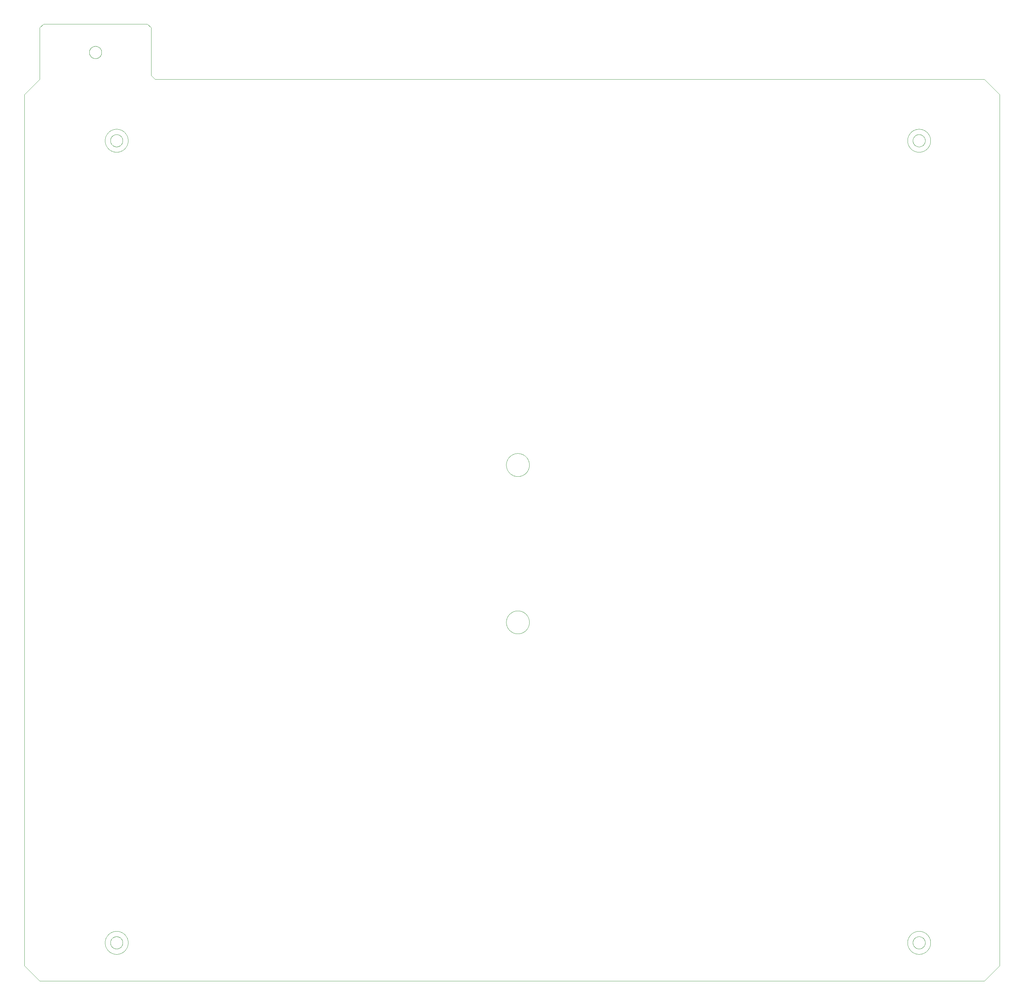
<source format=gbp>
G75*
%MOIN*%
%OFA0B0*%
%FSLAX25Y25*%
%IPPOS*%
%LPD*%
%AMOC8*
5,1,8,0,0,1.08239X$1,22.5*
%
%ADD10C,0.00000*%
D10*
X0003934Y0014445D02*
X0019682Y-0001303D01*
X0988186Y-0001303D01*
X1003934Y0014445D01*
X1003934Y0908146D01*
X0988186Y0923894D01*
X0137792Y0923894D01*
X0133855Y0927831D01*
X0133855Y0976650D01*
X0129918Y0980587D01*
X0023619Y0980587D01*
X0019682Y0976650D01*
X0019682Y0923894D01*
X0003934Y0908146D01*
X0003934Y0014445D01*
X0086611Y0038067D02*
X0086615Y0038357D01*
X0086625Y0038647D01*
X0086643Y0038936D01*
X0086668Y0039225D01*
X0086700Y0039513D01*
X0086739Y0039800D01*
X0086785Y0040086D01*
X0086838Y0040371D01*
X0086898Y0040655D01*
X0086965Y0040937D01*
X0087039Y0041217D01*
X0087120Y0041496D01*
X0087207Y0041772D01*
X0087301Y0042046D01*
X0087402Y0042318D01*
X0087510Y0042587D01*
X0087624Y0042853D01*
X0087745Y0043117D01*
X0087872Y0043377D01*
X0088006Y0043635D01*
X0088145Y0043889D01*
X0088291Y0044139D01*
X0088443Y0044386D01*
X0088602Y0044629D01*
X0088766Y0044868D01*
X0088935Y0045103D01*
X0089111Y0045334D01*
X0089292Y0045560D01*
X0089479Y0045782D01*
X0089671Y0045999D01*
X0089868Y0046211D01*
X0090070Y0046419D01*
X0090278Y0046621D01*
X0090490Y0046818D01*
X0090707Y0047010D01*
X0090929Y0047197D01*
X0091155Y0047378D01*
X0091386Y0047554D01*
X0091621Y0047723D01*
X0091860Y0047887D01*
X0092103Y0048046D01*
X0092350Y0048198D01*
X0092600Y0048344D01*
X0092854Y0048483D01*
X0093112Y0048617D01*
X0093372Y0048744D01*
X0093636Y0048865D01*
X0093902Y0048979D01*
X0094171Y0049087D01*
X0094443Y0049188D01*
X0094717Y0049282D01*
X0094993Y0049369D01*
X0095272Y0049450D01*
X0095552Y0049524D01*
X0095834Y0049591D01*
X0096118Y0049651D01*
X0096403Y0049704D01*
X0096689Y0049750D01*
X0096976Y0049789D01*
X0097264Y0049821D01*
X0097553Y0049846D01*
X0097842Y0049864D01*
X0098132Y0049874D01*
X0098422Y0049878D01*
X0098712Y0049874D01*
X0099002Y0049864D01*
X0099291Y0049846D01*
X0099580Y0049821D01*
X0099868Y0049789D01*
X0100155Y0049750D01*
X0100441Y0049704D01*
X0100726Y0049651D01*
X0101010Y0049591D01*
X0101292Y0049524D01*
X0101572Y0049450D01*
X0101851Y0049369D01*
X0102127Y0049282D01*
X0102401Y0049188D01*
X0102673Y0049087D01*
X0102942Y0048979D01*
X0103208Y0048865D01*
X0103472Y0048744D01*
X0103732Y0048617D01*
X0103990Y0048483D01*
X0104244Y0048344D01*
X0104494Y0048198D01*
X0104741Y0048046D01*
X0104984Y0047887D01*
X0105223Y0047723D01*
X0105458Y0047554D01*
X0105689Y0047378D01*
X0105915Y0047197D01*
X0106137Y0047010D01*
X0106354Y0046818D01*
X0106566Y0046621D01*
X0106774Y0046419D01*
X0106976Y0046211D01*
X0107173Y0045999D01*
X0107365Y0045782D01*
X0107552Y0045560D01*
X0107733Y0045334D01*
X0107909Y0045103D01*
X0108078Y0044868D01*
X0108242Y0044629D01*
X0108401Y0044386D01*
X0108553Y0044139D01*
X0108699Y0043889D01*
X0108838Y0043635D01*
X0108972Y0043377D01*
X0109099Y0043117D01*
X0109220Y0042853D01*
X0109334Y0042587D01*
X0109442Y0042318D01*
X0109543Y0042046D01*
X0109637Y0041772D01*
X0109724Y0041496D01*
X0109805Y0041217D01*
X0109879Y0040937D01*
X0109946Y0040655D01*
X0110006Y0040371D01*
X0110059Y0040086D01*
X0110105Y0039800D01*
X0110144Y0039513D01*
X0110176Y0039225D01*
X0110201Y0038936D01*
X0110219Y0038647D01*
X0110229Y0038357D01*
X0110233Y0038067D01*
X0110229Y0037777D01*
X0110219Y0037487D01*
X0110201Y0037198D01*
X0110176Y0036909D01*
X0110144Y0036621D01*
X0110105Y0036334D01*
X0110059Y0036048D01*
X0110006Y0035763D01*
X0109946Y0035479D01*
X0109879Y0035197D01*
X0109805Y0034917D01*
X0109724Y0034638D01*
X0109637Y0034362D01*
X0109543Y0034088D01*
X0109442Y0033816D01*
X0109334Y0033547D01*
X0109220Y0033281D01*
X0109099Y0033017D01*
X0108972Y0032757D01*
X0108838Y0032499D01*
X0108699Y0032245D01*
X0108553Y0031995D01*
X0108401Y0031748D01*
X0108242Y0031505D01*
X0108078Y0031266D01*
X0107909Y0031031D01*
X0107733Y0030800D01*
X0107552Y0030574D01*
X0107365Y0030352D01*
X0107173Y0030135D01*
X0106976Y0029923D01*
X0106774Y0029715D01*
X0106566Y0029513D01*
X0106354Y0029316D01*
X0106137Y0029124D01*
X0105915Y0028937D01*
X0105689Y0028756D01*
X0105458Y0028580D01*
X0105223Y0028411D01*
X0104984Y0028247D01*
X0104741Y0028088D01*
X0104494Y0027936D01*
X0104244Y0027790D01*
X0103990Y0027651D01*
X0103732Y0027517D01*
X0103472Y0027390D01*
X0103208Y0027269D01*
X0102942Y0027155D01*
X0102673Y0027047D01*
X0102401Y0026946D01*
X0102127Y0026852D01*
X0101851Y0026765D01*
X0101572Y0026684D01*
X0101292Y0026610D01*
X0101010Y0026543D01*
X0100726Y0026483D01*
X0100441Y0026430D01*
X0100155Y0026384D01*
X0099868Y0026345D01*
X0099580Y0026313D01*
X0099291Y0026288D01*
X0099002Y0026270D01*
X0098712Y0026260D01*
X0098422Y0026256D01*
X0098132Y0026260D01*
X0097842Y0026270D01*
X0097553Y0026288D01*
X0097264Y0026313D01*
X0096976Y0026345D01*
X0096689Y0026384D01*
X0096403Y0026430D01*
X0096118Y0026483D01*
X0095834Y0026543D01*
X0095552Y0026610D01*
X0095272Y0026684D01*
X0094993Y0026765D01*
X0094717Y0026852D01*
X0094443Y0026946D01*
X0094171Y0027047D01*
X0093902Y0027155D01*
X0093636Y0027269D01*
X0093372Y0027390D01*
X0093112Y0027517D01*
X0092854Y0027651D01*
X0092600Y0027790D01*
X0092350Y0027936D01*
X0092103Y0028088D01*
X0091860Y0028247D01*
X0091621Y0028411D01*
X0091386Y0028580D01*
X0091155Y0028756D01*
X0090929Y0028937D01*
X0090707Y0029124D01*
X0090490Y0029316D01*
X0090278Y0029513D01*
X0090070Y0029715D01*
X0089868Y0029923D01*
X0089671Y0030135D01*
X0089479Y0030352D01*
X0089292Y0030574D01*
X0089111Y0030800D01*
X0088935Y0031031D01*
X0088766Y0031266D01*
X0088602Y0031505D01*
X0088443Y0031748D01*
X0088291Y0031995D01*
X0088145Y0032245D01*
X0088006Y0032499D01*
X0087872Y0032757D01*
X0087745Y0033017D01*
X0087624Y0033281D01*
X0087510Y0033547D01*
X0087402Y0033816D01*
X0087301Y0034088D01*
X0087207Y0034362D01*
X0087120Y0034638D01*
X0087039Y0034917D01*
X0086965Y0035197D01*
X0086898Y0035479D01*
X0086838Y0035763D01*
X0086785Y0036048D01*
X0086739Y0036334D01*
X0086700Y0036621D01*
X0086668Y0036909D01*
X0086643Y0037198D01*
X0086625Y0037487D01*
X0086615Y0037777D01*
X0086611Y0038067D01*
X0092123Y0038067D02*
X0092125Y0038225D01*
X0092131Y0038383D01*
X0092141Y0038541D01*
X0092155Y0038699D01*
X0092173Y0038856D01*
X0092194Y0039013D01*
X0092220Y0039169D01*
X0092250Y0039325D01*
X0092283Y0039480D01*
X0092321Y0039633D01*
X0092362Y0039786D01*
X0092407Y0039938D01*
X0092456Y0040089D01*
X0092509Y0040238D01*
X0092565Y0040386D01*
X0092625Y0040532D01*
X0092689Y0040677D01*
X0092757Y0040820D01*
X0092828Y0040962D01*
X0092902Y0041102D01*
X0092980Y0041239D01*
X0093062Y0041375D01*
X0093146Y0041509D01*
X0093235Y0041640D01*
X0093326Y0041769D01*
X0093421Y0041896D01*
X0093518Y0042021D01*
X0093619Y0042143D01*
X0093723Y0042262D01*
X0093830Y0042379D01*
X0093940Y0042493D01*
X0094053Y0042604D01*
X0094168Y0042713D01*
X0094286Y0042818D01*
X0094407Y0042920D01*
X0094530Y0043020D01*
X0094656Y0043116D01*
X0094784Y0043209D01*
X0094914Y0043299D01*
X0095047Y0043385D01*
X0095182Y0043469D01*
X0095318Y0043548D01*
X0095457Y0043625D01*
X0095598Y0043697D01*
X0095740Y0043767D01*
X0095884Y0043832D01*
X0096030Y0043894D01*
X0096177Y0043952D01*
X0096326Y0044007D01*
X0096476Y0044058D01*
X0096627Y0044105D01*
X0096779Y0044148D01*
X0096932Y0044187D01*
X0097087Y0044223D01*
X0097242Y0044254D01*
X0097398Y0044282D01*
X0097554Y0044306D01*
X0097711Y0044326D01*
X0097869Y0044342D01*
X0098026Y0044354D01*
X0098185Y0044362D01*
X0098343Y0044366D01*
X0098501Y0044366D01*
X0098659Y0044362D01*
X0098818Y0044354D01*
X0098975Y0044342D01*
X0099133Y0044326D01*
X0099290Y0044306D01*
X0099446Y0044282D01*
X0099602Y0044254D01*
X0099757Y0044223D01*
X0099912Y0044187D01*
X0100065Y0044148D01*
X0100217Y0044105D01*
X0100368Y0044058D01*
X0100518Y0044007D01*
X0100667Y0043952D01*
X0100814Y0043894D01*
X0100960Y0043832D01*
X0101104Y0043767D01*
X0101246Y0043697D01*
X0101387Y0043625D01*
X0101526Y0043548D01*
X0101662Y0043469D01*
X0101797Y0043385D01*
X0101930Y0043299D01*
X0102060Y0043209D01*
X0102188Y0043116D01*
X0102314Y0043020D01*
X0102437Y0042920D01*
X0102558Y0042818D01*
X0102676Y0042713D01*
X0102791Y0042604D01*
X0102904Y0042493D01*
X0103014Y0042379D01*
X0103121Y0042262D01*
X0103225Y0042143D01*
X0103326Y0042021D01*
X0103423Y0041896D01*
X0103518Y0041769D01*
X0103609Y0041640D01*
X0103698Y0041509D01*
X0103782Y0041375D01*
X0103864Y0041239D01*
X0103942Y0041102D01*
X0104016Y0040962D01*
X0104087Y0040820D01*
X0104155Y0040677D01*
X0104219Y0040532D01*
X0104279Y0040386D01*
X0104335Y0040238D01*
X0104388Y0040089D01*
X0104437Y0039938D01*
X0104482Y0039786D01*
X0104523Y0039633D01*
X0104561Y0039480D01*
X0104594Y0039325D01*
X0104624Y0039169D01*
X0104650Y0039013D01*
X0104671Y0038856D01*
X0104689Y0038699D01*
X0104703Y0038541D01*
X0104713Y0038383D01*
X0104719Y0038225D01*
X0104721Y0038067D01*
X0104719Y0037909D01*
X0104713Y0037751D01*
X0104703Y0037593D01*
X0104689Y0037435D01*
X0104671Y0037278D01*
X0104650Y0037121D01*
X0104624Y0036965D01*
X0104594Y0036809D01*
X0104561Y0036654D01*
X0104523Y0036501D01*
X0104482Y0036348D01*
X0104437Y0036196D01*
X0104388Y0036045D01*
X0104335Y0035896D01*
X0104279Y0035748D01*
X0104219Y0035602D01*
X0104155Y0035457D01*
X0104087Y0035314D01*
X0104016Y0035172D01*
X0103942Y0035032D01*
X0103864Y0034895D01*
X0103782Y0034759D01*
X0103698Y0034625D01*
X0103609Y0034494D01*
X0103518Y0034365D01*
X0103423Y0034238D01*
X0103326Y0034113D01*
X0103225Y0033991D01*
X0103121Y0033872D01*
X0103014Y0033755D01*
X0102904Y0033641D01*
X0102791Y0033530D01*
X0102676Y0033421D01*
X0102558Y0033316D01*
X0102437Y0033214D01*
X0102314Y0033114D01*
X0102188Y0033018D01*
X0102060Y0032925D01*
X0101930Y0032835D01*
X0101797Y0032749D01*
X0101662Y0032665D01*
X0101526Y0032586D01*
X0101387Y0032509D01*
X0101246Y0032437D01*
X0101104Y0032367D01*
X0100960Y0032302D01*
X0100814Y0032240D01*
X0100667Y0032182D01*
X0100518Y0032127D01*
X0100368Y0032076D01*
X0100217Y0032029D01*
X0100065Y0031986D01*
X0099912Y0031947D01*
X0099757Y0031911D01*
X0099602Y0031880D01*
X0099446Y0031852D01*
X0099290Y0031828D01*
X0099133Y0031808D01*
X0098975Y0031792D01*
X0098818Y0031780D01*
X0098659Y0031772D01*
X0098501Y0031768D01*
X0098343Y0031768D01*
X0098185Y0031772D01*
X0098026Y0031780D01*
X0097869Y0031792D01*
X0097711Y0031808D01*
X0097554Y0031828D01*
X0097398Y0031852D01*
X0097242Y0031880D01*
X0097087Y0031911D01*
X0096932Y0031947D01*
X0096779Y0031986D01*
X0096627Y0032029D01*
X0096476Y0032076D01*
X0096326Y0032127D01*
X0096177Y0032182D01*
X0096030Y0032240D01*
X0095884Y0032302D01*
X0095740Y0032367D01*
X0095598Y0032437D01*
X0095457Y0032509D01*
X0095318Y0032586D01*
X0095182Y0032665D01*
X0095047Y0032749D01*
X0094914Y0032835D01*
X0094784Y0032925D01*
X0094656Y0033018D01*
X0094530Y0033114D01*
X0094407Y0033214D01*
X0094286Y0033316D01*
X0094168Y0033421D01*
X0094053Y0033530D01*
X0093940Y0033641D01*
X0093830Y0033755D01*
X0093723Y0033872D01*
X0093619Y0033991D01*
X0093518Y0034113D01*
X0093421Y0034238D01*
X0093326Y0034365D01*
X0093235Y0034494D01*
X0093146Y0034625D01*
X0093062Y0034759D01*
X0092980Y0034895D01*
X0092902Y0035032D01*
X0092828Y0035172D01*
X0092757Y0035314D01*
X0092689Y0035457D01*
X0092625Y0035602D01*
X0092565Y0035748D01*
X0092509Y0035896D01*
X0092456Y0036045D01*
X0092407Y0036196D01*
X0092362Y0036348D01*
X0092321Y0036501D01*
X0092283Y0036654D01*
X0092250Y0036809D01*
X0092220Y0036965D01*
X0092194Y0037121D01*
X0092173Y0037278D01*
X0092155Y0037435D01*
X0092141Y0037593D01*
X0092131Y0037751D01*
X0092125Y0037909D01*
X0092123Y0038067D01*
X0498028Y0366807D02*
X0498032Y0367097D01*
X0498042Y0367387D01*
X0498060Y0367676D01*
X0498085Y0367965D01*
X0498117Y0368253D01*
X0498156Y0368540D01*
X0498202Y0368826D01*
X0498255Y0369111D01*
X0498315Y0369395D01*
X0498382Y0369677D01*
X0498456Y0369957D01*
X0498537Y0370236D01*
X0498624Y0370512D01*
X0498718Y0370786D01*
X0498819Y0371058D01*
X0498927Y0371327D01*
X0499041Y0371593D01*
X0499162Y0371857D01*
X0499289Y0372117D01*
X0499423Y0372375D01*
X0499562Y0372629D01*
X0499708Y0372879D01*
X0499860Y0373126D01*
X0500019Y0373369D01*
X0500183Y0373608D01*
X0500352Y0373843D01*
X0500528Y0374074D01*
X0500709Y0374300D01*
X0500896Y0374522D01*
X0501088Y0374739D01*
X0501285Y0374951D01*
X0501487Y0375159D01*
X0501695Y0375361D01*
X0501907Y0375558D01*
X0502124Y0375750D01*
X0502346Y0375937D01*
X0502572Y0376118D01*
X0502803Y0376294D01*
X0503038Y0376463D01*
X0503277Y0376627D01*
X0503520Y0376786D01*
X0503767Y0376938D01*
X0504017Y0377084D01*
X0504271Y0377223D01*
X0504529Y0377357D01*
X0504789Y0377484D01*
X0505053Y0377605D01*
X0505319Y0377719D01*
X0505588Y0377827D01*
X0505860Y0377928D01*
X0506134Y0378022D01*
X0506410Y0378109D01*
X0506689Y0378190D01*
X0506969Y0378264D01*
X0507251Y0378331D01*
X0507535Y0378391D01*
X0507820Y0378444D01*
X0508106Y0378490D01*
X0508393Y0378529D01*
X0508681Y0378561D01*
X0508970Y0378586D01*
X0509259Y0378604D01*
X0509549Y0378614D01*
X0509839Y0378618D01*
X0510129Y0378614D01*
X0510419Y0378604D01*
X0510708Y0378586D01*
X0510997Y0378561D01*
X0511285Y0378529D01*
X0511572Y0378490D01*
X0511858Y0378444D01*
X0512143Y0378391D01*
X0512427Y0378331D01*
X0512709Y0378264D01*
X0512989Y0378190D01*
X0513268Y0378109D01*
X0513544Y0378022D01*
X0513818Y0377928D01*
X0514090Y0377827D01*
X0514359Y0377719D01*
X0514625Y0377605D01*
X0514889Y0377484D01*
X0515149Y0377357D01*
X0515407Y0377223D01*
X0515661Y0377084D01*
X0515911Y0376938D01*
X0516158Y0376786D01*
X0516401Y0376627D01*
X0516640Y0376463D01*
X0516875Y0376294D01*
X0517106Y0376118D01*
X0517332Y0375937D01*
X0517554Y0375750D01*
X0517771Y0375558D01*
X0517983Y0375361D01*
X0518191Y0375159D01*
X0518393Y0374951D01*
X0518590Y0374739D01*
X0518782Y0374522D01*
X0518969Y0374300D01*
X0519150Y0374074D01*
X0519326Y0373843D01*
X0519495Y0373608D01*
X0519659Y0373369D01*
X0519818Y0373126D01*
X0519970Y0372879D01*
X0520116Y0372629D01*
X0520255Y0372375D01*
X0520389Y0372117D01*
X0520516Y0371857D01*
X0520637Y0371593D01*
X0520751Y0371327D01*
X0520859Y0371058D01*
X0520960Y0370786D01*
X0521054Y0370512D01*
X0521141Y0370236D01*
X0521222Y0369957D01*
X0521296Y0369677D01*
X0521363Y0369395D01*
X0521423Y0369111D01*
X0521476Y0368826D01*
X0521522Y0368540D01*
X0521561Y0368253D01*
X0521593Y0367965D01*
X0521618Y0367676D01*
X0521636Y0367387D01*
X0521646Y0367097D01*
X0521650Y0366807D01*
X0521646Y0366517D01*
X0521636Y0366227D01*
X0521618Y0365938D01*
X0521593Y0365649D01*
X0521561Y0365361D01*
X0521522Y0365074D01*
X0521476Y0364788D01*
X0521423Y0364503D01*
X0521363Y0364219D01*
X0521296Y0363937D01*
X0521222Y0363657D01*
X0521141Y0363378D01*
X0521054Y0363102D01*
X0520960Y0362828D01*
X0520859Y0362556D01*
X0520751Y0362287D01*
X0520637Y0362021D01*
X0520516Y0361757D01*
X0520389Y0361497D01*
X0520255Y0361239D01*
X0520116Y0360985D01*
X0519970Y0360735D01*
X0519818Y0360488D01*
X0519659Y0360245D01*
X0519495Y0360006D01*
X0519326Y0359771D01*
X0519150Y0359540D01*
X0518969Y0359314D01*
X0518782Y0359092D01*
X0518590Y0358875D01*
X0518393Y0358663D01*
X0518191Y0358455D01*
X0517983Y0358253D01*
X0517771Y0358056D01*
X0517554Y0357864D01*
X0517332Y0357677D01*
X0517106Y0357496D01*
X0516875Y0357320D01*
X0516640Y0357151D01*
X0516401Y0356987D01*
X0516158Y0356828D01*
X0515911Y0356676D01*
X0515661Y0356530D01*
X0515407Y0356391D01*
X0515149Y0356257D01*
X0514889Y0356130D01*
X0514625Y0356009D01*
X0514359Y0355895D01*
X0514090Y0355787D01*
X0513818Y0355686D01*
X0513544Y0355592D01*
X0513268Y0355505D01*
X0512989Y0355424D01*
X0512709Y0355350D01*
X0512427Y0355283D01*
X0512143Y0355223D01*
X0511858Y0355170D01*
X0511572Y0355124D01*
X0511285Y0355085D01*
X0510997Y0355053D01*
X0510708Y0355028D01*
X0510419Y0355010D01*
X0510129Y0355000D01*
X0509839Y0354996D01*
X0509549Y0355000D01*
X0509259Y0355010D01*
X0508970Y0355028D01*
X0508681Y0355053D01*
X0508393Y0355085D01*
X0508106Y0355124D01*
X0507820Y0355170D01*
X0507535Y0355223D01*
X0507251Y0355283D01*
X0506969Y0355350D01*
X0506689Y0355424D01*
X0506410Y0355505D01*
X0506134Y0355592D01*
X0505860Y0355686D01*
X0505588Y0355787D01*
X0505319Y0355895D01*
X0505053Y0356009D01*
X0504789Y0356130D01*
X0504529Y0356257D01*
X0504271Y0356391D01*
X0504017Y0356530D01*
X0503767Y0356676D01*
X0503520Y0356828D01*
X0503277Y0356987D01*
X0503038Y0357151D01*
X0502803Y0357320D01*
X0502572Y0357496D01*
X0502346Y0357677D01*
X0502124Y0357864D01*
X0501907Y0358056D01*
X0501695Y0358253D01*
X0501487Y0358455D01*
X0501285Y0358663D01*
X0501088Y0358875D01*
X0500896Y0359092D01*
X0500709Y0359314D01*
X0500528Y0359540D01*
X0500352Y0359771D01*
X0500183Y0360006D01*
X0500019Y0360245D01*
X0499860Y0360488D01*
X0499708Y0360735D01*
X0499562Y0360985D01*
X0499423Y0361239D01*
X0499289Y0361497D01*
X0499162Y0361757D01*
X0499041Y0362021D01*
X0498927Y0362287D01*
X0498819Y0362556D01*
X0498718Y0362828D01*
X0498624Y0363102D01*
X0498537Y0363378D01*
X0498456Y0363657D01*
X0498382Y0363937D01*
X0498315Y0364219D01*
X0498255Y0364503D01*
X0498202Y0364788D01*
X0498156Y0365074D01*
X0498117Y0365361D01*
X0498085Y0365649D01*
X0498060Y0365938D01*
X0498042Y0366227D01*
X0498032Y0366517D01*
X0498028Y0366807D01*
X0498028Y0528224D02*
X0498032Y0528514D01*
X0498042Y0528804D01*
X0498060Y0529093D01*
X0498085Y0529382D01*
X0498117Y0529670D01*
X0498156Y0529957D01*
X0498202Y0530243D01*
X0498255Y0530528D01*
X0498315Y0530812D01*
X0498382Y0531094D01*
X0498456Y0531374D01*
X0498537Y0531653D01*
X0498624Y0531929D01*
X0498718Y0532203D01*
X0498819Y0532475D01*
X0498927Y0532744D01*
X0499041Y0533010D01*
X0499162Y0533274D01*
X0499289Y0533534D01*
X0499423Y0533792D01*
X0499562Y0534046D01*
X0499708Y0534296D01*
X0499860Y0534543D01*
X0500019Y0534786D01*
X0500183Y0535025D01*
X0500352Y0535260D01*
X0500528Y0535491D01*
X0500709Y0535717D01*
X0500896Y0535939D01*
X0501088Y0536156D01*
X0501285Y0536368D01*
X0501487Y0536576D01*
X0501695Y0536778D01*
X0501907Y0536975D01*
X0502124Y0537167D01*
X0502346Y0537354D01*
X0502572Y0537535D01*
X0502803Y0537711D01*
X0503038Y0537880D01*
X0503277Y0538044D01*
X0503520Y0538203D01*
X0503767Y0538355D01*
X0504017Y0538501D01*
X0504271Y0538640D01*
X0504529Y0538774D01*
X0504789Y0538901D01*
X0505053Y0539022D01*
X0505319Y0539136D01*
X0505588Y0539244D01*
X0505860Y0539345D01*
X0506134Y0539439D01*
X0506410Y0539526D01*
X0506689Y0539607D01*
X0506969Y0539681D01*
X0507251Y0539748D01*
X0507535Y0539808D01*
X0507820Y0539861D01*
X0508106Y0539907D01*
X0508393Y0539946D01*
X0508681Y0539978D01*
X0508970Y0540003D01*
X0509259Y0540021D01*
X0509549Y0540031D01*
X0509839Y0540035D01*
X0510129Y0540031D01*
X0510419Y0540021D01*
X0510708Y0540003D01*
X0510997Y0539978D01*
X0511285Y0539946D01*
X0511572Y0539907D01*
X0511858Y0539861D01*
X0512143Y0539808D01*
X0512427Y0539748D01*
X0512709Y0539681D01*
X0512989Y0539607D01*
X0513268Y0539526D01*
X0513544Y0539439D01*
X0513818Y0539345D01*
X0514090Y0539244D01*
X0514359Y0539136D01*
X0514625Y0539022D01*
X0514889Y0538901D01*
X0515149Y0538774D01*
X0515407Y0538640D01*
X0515661Y0538501D01*
X0515911Y0538355D01*
X0516158Y0538203D01*
X0516401Y0538044D01*
X0516640Y0537880D01*
X0516875Y0537711D01*
X0517106Y0537535D01*
X0517332Y0537354D01*
X0517554Y0537167D01*
X0517771Y0536975D01*
X0517983Y0536778D01*
X0518191Y0536576D01*
X0518393Y0536368D01*
X0518590Y0536156D01*
X0518782Y0535939D01*
X0518969Y0535717D01*
X0519150Y0535491D01*
X0519326Y0535260D01*
X0519495Y0535025D01*
X0519659Y0534786D01*
X0519818Y0534543D01*
X0519970Y0534296D01*
X0520116Y0534046D01*
X0520255Y0533792D01*
X0520389Y0533534D01*
X0520516Y0533274D01*
X0520637Y0533010D01*
X0520751Y0532744D01*
X0520859Y0532475D01*
X0520960Y0532203D01*
X0521054Y0531929D01*
X0521141Y0531653D01*
X0521222Y0531374D01*
X0521296Y0531094D01*
X0521363Y0530812D01*
X0521423Y0530528D01*
X0521476Y0530243D01*
X0521522Y0529957D01*
X0521561Y0529670D01*
X0521593Y0529382D01*
X0521618Y0529093D01*
X0521636Y0528804D01*
X0521646Y0528514D01*
X0521650Y0528224D01*
X0521646Y0527934D01*
X0521636Y0527644D01*
X0521618Y0527355D01*
X0521593Y0527066D01*
X0521561Y0526778D01*
X0521522Y0526491D01*
X0521476Y0526205D01*
X0521423Y0525920D01*
X0521363Y0525636D01*
X0521296Y0525354D01*
X0521222Y0525074D01*
X0521141Y0524795D01*
X0521054Y0524519D01*
X0520960Y0524245D01*
X0520859Y0523973D01*
X0520751Y0523704D01*
X0520637Y0523438D01*
X0520516Y0523174D01*
X0520389Y0522914D01*
X0520255Y0522656D01*
X0520116Y0522402D01*
X0519970Y0522152D01*
X0519818Y0521905D01*
X0519659Y0521662D01*
X0519495Y0521423D01*
X0519326Y0521188D01*
X0519150Y0520957D01*
X0518969Y0520731D01*
X0518782Y0520509D01*
X0518590Y0520292D01*
X0518393Y0520080D01*
X0518191Y0519872D01*
X0517983Y0519670D01*
X0517771Y0519473D01*
X0517554Y0519281D01*
X0517332Y0519094D01*
X0517106Y0518913D01*
X0516875Y0518737D01*
X0516640Y0518568D01*
X0516401Y0518404D01*
X0516158Y0518245D01*
X0515911Y0518093D01*
X0515661Y0517947D01*
X0515407Y0517808D01*
X0515149Y0517674D01*
X0514889Y0517547D01*
X0514625Y0517426D01*
X0514359Y0517312D01*
X0514090Y0517204D01*
X0513818Y0517103D01*
X0513544Y0517009D01*
X0513268Y0516922D01*
X0512989Y0516841D01*
X0512709Y0516767D01*
X0512427Y0516700D01*
X0512143Y0516640D01*
X0511858Y0516587D01*
X0511572Y0516541D01*
X0511285Y0516502D01*
X0510997Y0516470D01*
X0510708Y0516445D01*
X0510419Y0516427D01*
X0510129Y0516417D01*
X0509839Y0516413D01*
X0509549Y0516417D01*
X0509259Y0516427D01*
X0508970Y0516445D01*
X0508681Y0516470D01*
X0508393Y0516502D01*
X0508106Y0516541D01*
X0507820Y0516587D01*
X0507535Y0516640D01*
X0507251Y0516700D01*
X0506969Y0516767D01*
X0506689Y0516841D01*
X0506410Y0516922D01*
X0506134Y0517009D01*
X0505860Y0517103D01*
X0505588Y0517204D01*
X0505319Y0517312D01*
X0505053Y0517426D01*
X0504789Y0517547D01*
X0504529Y0517674D01*
X0504271Y0517808D01*
X0504017Y0517947D01*
X0503767Y0518093D01*
X0503520Y0518245D01*
X0503277Y0518404D01*
X0503038Y0518568D01*
X0502803Y0518737D01*
X0502572Y0518913D01*
X0502346Y0519094D01*
X0502124Y0519281D01*
X0501907Y0519473D01*
X0501695Y0519670D01*
X0501487Y0519872D01*
X0501285Y0520080D01*
X0501088Y0520292D01*
X0500896Y0520509D01*
X0500709Y0520731D01*
X0500528Y0520957D01*
X0500352Y0521188D01*
X0500183Y0521423D01*
X0500019Y0521662D01*
X0499860Y0521905D01*
X0499708Y0522152D01*
X0499562Y0522402D01*
X0499423Y0522656D01*
X0499289Y0522914D01*
X0499162Y0523174D01*
X0499041Y0523438D01*
X0498927Y0523704D01*
X0498819Y0523973D01*
X0498718Y0524245D01*
X0498624Y0524519D01*
X0498537Y0524795D01*
X0498456Y0525074D01*
X0498382Y0525354D01*
X0498315Y0525636D01*
X0498255Y0525920D01*
X0498202Y0526205D01*
X0498156Y0526491D01*
X0498117Y0526778D01*
X0498085Y0527066D01*
X0498060Y0527355D01*
X0498042Y0527644D01*
X0498032Y0527934D01*
X0498028Y0528224D01*
X0086611Y0860902D02*
X0086615Y0861192D01*
X0086625Y0861482D01*
X0086643Y0861771D01*
X0086668Y0862060D01*
X0086700Y0862348D01*
X0086739Y0862635D01*
X0086785Y0862921D01*
X0086838Y0863206D01*
X0086898Y0863490D01*
X0086965Y0863772D01*
X0087039Y0864052D01*
X0087120Y0864331D01*
X0087207Y0864607D01*
X0087301Y0864881D01*
X0087402Y0865153D01*
X0087510Y0865422D01*
X0087624Y0865688D01*
X0087745Y0865952D01*
X0087872Y0866212D01*
X0088006Y0866470D01*
X0088145Y0866724D01*
X0088291Y0866974D01*
X0088443Y0867221D01*
X0088602Y0867464D01*
X0088766Y0867703D01*
X0088935Y0867938D01*
X0089111Y0868169D01*
X0089292Y0868395D01*
X0089479Y0868617D01*
X0089671Y0868834D01*
X0089868Y0869046D01*
X0090070Y0869254D01*
X0090278Y0869456D01*
X0090490Y0869653D01*
X0090707Y0869845D01*
X0090929Y0870032D01*
X0091155Y0870213D01*
X0091386Y0870389D01*
X0091621Y0870558D01*
X0091860Y0870722D01*
X0092103Y0870881D01*
X0092350Y0871033D01*
X0092600Y0871179D01*
X0092854Y0871318D01*
X0093112Y0871452D01*
X0093372Y0871579D01*
X0093636Y0871700D01*
X0093902Y0871814D01*
X0094171Y0871922D01*
X0094443Y0872023D01*
X0094717Y0872117D01*
X0094993Y0872204D01*
X0095272Y0872285D01*
X0095552Y0872359D01*
X0095834Y0872426D01*
X0096118Y0872486D01*
X0096403Y0872539D01*
X0096689Y0872585D01*
X0096976Y0872624D01*
X0097264Y0872656D01*
X0097553Y0872681D01*
X0097842Y0872699D01*
X0098132Y0872709D01*
X0098422Y0872713D01*
X0098712Y0872709D01*
X0099002Y0872699D01*
X0099291Y0872681D01*
X0099580Y0872656D01*
X0099868Y0872624D01*
X0100155Y0872585D01*
X0100441Y0872539D01*
X0100726Y0872486D01*
X0101010Y0872426D01*
X0101292Y0872359D01*
X0101572Y0872285D01*
X0101851Y0872204D01*
X0102127Y0872117D01*
X0102401Y0872023D01*
X0102673Y0871922D01*
X0102942Y0871814D01*
X0103208Y0871700D01*
X0103472Y0871579D01*
X0103732Y0871452D01*
X0103990Y0871318D01*
X0104244Y0871179D01*
X0104494Y0871033D01*
X0104741Y0870881D01*
X0104984Y0870722D01*
X0105223Y0870558D01*
X0105458Y0870389D01*
X0105689Y0870213D01*
X0105915Y0870032D01*
X0106137Y0869845D01*
X0106354Y0869653D01*
X0106566Y0869456D01*
X0106774Y0869254D01*
X0106976Y0869046D01*
X0107173Y0868834D01*
X0107365Y0868617D01*
X0107552Y0868395D01*
X0107733Y0868169D01*
X0107909Y0867938D01*
X0108078Y0867703D01*
X0108242Y0867464D01*
X0108401Y0867221D01*
X0108553Y0866974D01*
X0108699Y0866724D01*
X0108838Y0866470D01*
X0108972Y0866212D01*
X0109099Y0865952D01*
X0109220Y0865688D01*
X0109334Y0865422D01*
X0109442Y0865153D01*
X0109543Y0864881D01*
X0109637Y0864607D01*
X0109724Y0864331D01*
X0109805Y0864052D01*
X0109879Y0863772D01*
X0109946Y0863490D01*
X0110006Y0863206D01*
X0110059Y0862921D01*
X0110105Y0862635D01*
X0110144Y0862348D01*
X0110176Y0862060D01*
X0110201Y0861771D01*
X0110219Y0861482D01*
X0110229Y0861192D01*
X0110233Y0860902D01*
X0110229Y0860612D01*
X0110219Y0860322D01*
X0110201Y0860033D01*
X0110176Y0859744D01*
X0110144Y0859456D01*
X0110105Y0859169D01*
X0110059Y0858883D01*
X0110006Y0858598D01*
X0109946Y0858314D01*
X0109879Y0858032D01*
X0109805Y0857752D01*
X0109724Y0857473D01*
X0109637Y0857197D01*
X0109543Y0856923D01*
X0109442Y0856651D01*
X0109334Y0856382D01*
X0109220Y0856116D01*
X0109099Y0855852D01*
X0108972Y0855592D01*
X0108838Y0855334D01*
X0108699Y0855080D01*
X0108553Y0854830D01*
X0108401Y0854583D01*
X0108242Y0854340D01*
X0108078Y0854101D01*
X0107909Y0853866D01*
X0107733Y0853635D01*
X0107552Y0853409D01*
X0107365Y0853187D01*
X0107173Y0852970D01*
X0106976Y0852758D01*
X0106774Y0852550D01*
X0106566Y0852348D01*
X0106354Y0852151D01*
X0106137Y0851959D01*
X0105915Y0851772D01*
X0105689Y0851591D01*
X0105458Y0851415D01*
X0105223Y0851246D01*
X0104984Y0851082D01*
X0104741Y0850923D01*
X0104494Y0850771D01*
X0104244Y0850625D01*
X0103990Y0850486D01*
X0103732Y0850352D01*
X0103472Y0850225D01*
X0103208Y0850104D01*
X0102942Y0849990D01*
X0102673Y0849882D01*
X0102401Y0849781D01*
X0102127Y0849687D01*
X0101851Y0849600D01*
X0101572Y0849519D01*
X0101292Y0849445D01*
X0101010Y0849378D01*
X0100726Y0849318D01*
X0100441Y0849265D01*
X0100155Y0849219D01*
X0099868Y0849180D01*
X0099580Y0849148D01*
X0099291Y0849123D01*
X0099002Y0849105D01*
X0098712Y0849095D01*
X0098422Y0849091D01*
X0098132Y0849095D01*
X0097842Y0849105D01*
X0097553Y0849123D01*
X0097264Y0849148D01*
X0096976Y0849180D01*
X0096689Y0849219D01*
X0096403Y0849265D01*
X0096118Y0849318D01*
X0095834Y0849378D01*
X0095552Y0849445D01*
X0095272Y0849519D01*
X0094993Y0849600D01*
X0094717Y0849687D01*
X0094443Y0849781D01*
X0094171Y0849882D01*
X0093902Y0849990D01*
X0093636Y0850104D01*
X0093372Y0850225D01*
X0093112Y0850352D01*
X0092854Y0850486D01*
X0092600Y0850625D01*
X0092350Y0850771D01*
X0092103Y0850923D01*
X0091860Y0851082D01*
X0091621Y0851246D01*
X0091386Y0851415D01*
X0091155Y0851591D01*
X0090929Y0851772D01*
X0090707Y0851959D01*
X0090490Y0852151D01*
X0090278Y0852348D01*
X0090070Y0852550D01*
X0089868Y0852758D01*
X0089671Y0852970D01*
X0089479Y0853187D01*
X0089292Y0853409D01*
X0089111Y0853635D01*
X0088935Y0853866D01*
X0088766Y0854101D01*
X0088602Y0854340D01*
X0088443Y0854583D01*
X0088291Y0854830D01*
X0088145Y0855080D01*
X0088006Y0855334D01*
X0087872Y0855592D01*
X0087745Y0855852D01*
X0087624Y0856116D01*
X0087510Y0856382D01*
X0087402Y0856651D01*
X0087301Y0856923D01*
X0087207Y0857197D01*
X0087120Y0857473D01*
X0087039Y0857752D01*
X0086965Y0858032D01*
X0086898Y0858314D01*
X0086838Y0858598D01*
X0086785Y0858883D01*
X0086739Y0859169D01*
X0086700Y0859456D01*
X0086668Y0859744D01*
X0086643Y0860033D01*
X0086625Y0860322D01*
X0086615Y0860612D01*
X0086611Y0860902D01*
X0092123Y0860902D02*
X0092125Y0861060D01*
X0092131Y0861218D01*
X0092141Y0861376D01*
X0092155Y0861534D01*
X0092173Y0861691D01*
X0092194Y0861848D01*
X0092220Y0862004D01*
X0092250Y0862160D01*
X0092283Y0862315D01*
X0092321Y0862468D01*
X0092362Y0862621D01*
X0092407Y0862773D01*
X0092456Y0862924D01*
X0092509Y0863073D01*
X0092565Y0863221D01*
X0092625Y0863367D01*
X0092689Y0863512D01*
X0092757Y0863655D01*
X0092828Y0863797D01*
X0092902Y0863937D01*
X0092980Y0864074D01*
X0093062Y0864210D01*
X0093146Y0864344D01*
X0093235Y0864475D01*
X0093326Y0864604D01*
X0093421Y0864731D01*
X0093518Y0864856D01*
X0093619Y0864978D01*
X0093723Y0865097D01*
X0093830Y0865214D01*
X0093940Y0865328D01*
X0094053Y0865439D01*
X0094168Y0865548D01*
X0094286Y0865653D01*
X0094407Y0865755D01*
X0094530Y0865855D01*
X0094656Y0865951D01*
X0094784Y0866044D01*
X0094914Y0866134D01*
X0095047Y0866220D01*
X0095182Y0866304D01*
X0095318Y0866383D01*
X0095457Y0866460D01*
X0095598Y0866532D01*
X0095740Y0866602D01*
X0095884Y0866667D01*
X0096030Y0866729D01*
X0096177Y0866787D01*
X0096326Y0866842D01*
X0096476Y0866893D01*
X0096627Y0866940D01*
X0096779Y0866983D01*
X0096932Y0867022D01*
X0097087Y0867058D01*
X0097242Y0867089D01*
X0097398Y0867117D01*
X0097554Y0867141D01*
X0097711Y0867161D01*
X0097869Y0867177D01*
X0098026Y0867189D01*
X0098185Y0867197D01*
X0098343Y0867201D01*
X0098501Y0867201D01*
X0098659Y0867197D01*
X0098818Y0867189D01*
X0098975Y0867177D01*
X0099133Y0867161D01*
X0099290Y0867141D01*
X0099446Y0867117D01*
X0099602Y0867089D01*
X0099757Y0867058D01*
X0099912Y0867022D01*
X0100065Y0866983D01*
X0100217Y0866940D01*
X0100368Y0866893D01*
X0100518Y0866842D01*
X0100667Y0866787D01*
X0100814Y0866729D01*
X0100960Y0866667D01*
X0101104Y0866602D01*
X0101246Y0866532D01*
X0101387Y0866460D01*
X0101526Y0866383D01*
X0101662Y0866304D01*
X0101797Y0866220D01*
X0101930Y0866134D01*
X0102060Y0866044D01*
X0102188Y0865951D01*
X0102314Y0865855D01*
X0102437Y0865755D01*
X0102558Y0865653D01*
X0102676Y0865548D01*
X0102791Y0865439D01*
X0102904Y0865328D01*
X0103014Y0865214D01*
X0103121Y0865097D01*
X0103225Y0864978D01*
X0103326Y0864856D01*
X0103423Y0864731D01*
X0103518Y0864604D01*
X0103609Y0864475D01*
X0103698Y0864344D01*
X0103782Y0864210D01*
X0103864Y0864074D01*
X0103942Y0863937D01*
X0104016Y0863797D01*
X0104087Y0863655D01*
X0104155Y0863512D01*
X0104219Y0863367D01*
X0104279Y0863221D01*
X0104335Y0863073D01*
X0104388Y0862924D01*
X0104437Y0862773D01*
X0104482Y0862621D01*
X0104523Y0862468D01*
X0104561Y0862315D01*
X0104594Y0862160D01*
X0104624Y0862004D01*
X0104650Y0861848D01*
X0104671Y0861691D01*
X0104689Y0861534D01*
X0104703Y0861376D01*
X0104713Y0861218D01*
X0104719Y0861060D01*
X0104721Y0860902D01*
X0104719Y0860744D01*
X0104713Y0860586D01*
X0104703Y0860428D01*
X0104689Y0860270D01*
X0104671Y0860113D01*
X0104650Y0859956D01*
X0104624Y0859800D01*
X0104594Y0859644D01*
X0104561Y0859489D01*
X0104523Y0859336D01*
X0104482Y0859183D01*
X0104437Y0859031D01*
X0104388Y0858880D01*
X0104335Y0858731D01*
X0104279Y0858583D01*
X0104219Y0858437D01*
X0104155Y0858292D01*
X0104087Y0858149D01*
X0104016Y0858007D01*
X0103942Y0857867D01*
X0103864Y0857730D01*
X0103782Y0857594D01*
X0103698Y0857460D01*
X0103609Y0857329D01*
X0103518Y0857200D01*
X0103423Y0857073D01*
X0103326Y0856948D01*
X0103225Y0856826D01*
X0103121Y0856707D01*
X0103014Y0856590D01*
X0102904Y0856476D01*
X0102791Y0856365D01*
X0102676Y0856256D01*
X0102558Y0856151D01*
X0102437Y0856049D01*
X0102314Y0855949D01*
X0102188Y0855853D01*
X0102060Y0855760D01*
X0101930Y0855670D01*
X0101797Y0855584D01*
X0101662Y0855500D01*
X0101526Y0855421D01*
X0101387Y0855344D01*
X0101246Y0855272D01*
X0101104Y0855202D01*
X0100960Y0855137D01*
X0100814Y0855075D01*
X0100667Y0855017D01*
X0100518Y0854962D01*
X0100368Y0854911D01*
X0100217Y0854864D01*
X0100065Y0854821D01*
X0099912Y0854782D01*
X0099757Y0854746D01*
X0099602Y0854715D01*
X0099446Y0854687D01*
X0099290Y0854663D01*
X0099133Y0854643D01*
X0098975Y0854627D01*
X0098818Y0854615D01*
X0098659Y0854607D01*
X0098501Y0854603D01*
X0098343Y0854603D01*
X0098185Y0854607D01*
X0098026Y0854615D01*
X0097869Y0854627D01*
X0097711Y0854643D01*
X0097554Y0854663D01*
X0097398Y0854687D01*
X0097242Y0854715D01*
X0097087Y0854746D01*
X0096932Y0854782D01*
X0096779Y0854821D01*
X0096627Y0854864D01*
X0096476Y0854911D01*
X0096326Y0854962D01*
X0096177Y0855017D01*
X0096030Y0855075D01*
X0095884Y0855137D01*
X0095740Y0855202D01*
X0095598Y0855272D01*
X0095457Y0855344D01*
X0095318Y0855421D01*
X0095182Y0855500D01*
X0095047Y0855584D01*
X0094914Y0855670D01*
X0094784Y0855760D01*
X0094656Y0855853D01*
X0094530Y0855949D01*
X0094407Y0856049D01*
X0094286Y0856151D01*
X0094168Y0856256D01*
X0094053Y0856365D01*
X0093940Y0856476D01*
X0093830Y0856590D01*
X0093723Y0856707D01*
X0093619Y0856826D01*
X0093518Y0856948D01*
X0093421Y0857073D01*
X0093326Y0857200D01*
X0093235Y0857329D01*
X0093146Y0857460D01*
X0093062Y0857594D01*
X0092980Y0857730D01*
X0092902Y0857867D01*
X0092828Y0858007D01*
X0092757Y0858149D01*
X0092689Y0858292D01*
X0092625Y0858437D01*
X0092565Y0858583D01*
X0092509Y0858731D01*
X0092456Y0858880D01*
X0092407Y0859031D01*
X0092362Y0859183D01*
X0092321Y0859336D01*
X0092283Y0859489D01*
X0092250Y0859644D01*
X0092220Y0859800D01*
X0092194Y0859956D01*
X0092173Y0860113D01*
X0092155Y0860270D01*
X0092141Y0860428D01*
X0092131Y0860586D01*
X0092125Y0860744D01*
X0092123Y0860902D01*
X0070469Y0951453D02*
X0070471Y0951611D01*
X0070477Y0951769D01*
X0070487Y0951927D01*
X0070501Y0952085D01*
X0070519Y0952242D01*
X0070540Y0952399D01*
X0070566Y0952555D01*
X0070596Y0952711D01*
X0070629Y0952866D01*
X0070667Y0953019D01*
X0070708Y0953172D01*
X0070753Y0953324D01*
X0070802Y0953475D01*
X0070855Y0953624D01*
X0070911Y0953772D01*
X0070971Y0953918D01*
X0071035Y0954063D01*
X0071103Y0954206D01*
X0071174Y0954348D01*
X0071248Y0954488D01*
X0071326Y0954625D01*
X0071408Y0954761D01*
X0071492Y0954895D01*
X0071581Y0955026D01*
X0071672Y0955155D01*
X0071767Y0955282D01*
X0071864Y0955407D01*
X0071965Y0955529D01*
X0072069Y0955648D01*
X0072176Y0955765D01*
X0072286Y0955879D01*
X0072399Y0955990D01*
X0072514Y0956099D01*
X0072632Y0956204D01*
X0072753Y0956306D01*
X0072876Y0956406D01*
X0073002Y0956502D01*
X0073130Y0956595D01*
X0073260Y0956685D01*
X0073393Y0956771D01*
X0073528Y0956855D01*
X0073664Y0956934D01*
X0073803Y0957011D01*
X0073944Y0957083D01*
X0074086Y0957153D01*
X0074230Y0957218D01*
X0074376Y0957280D01*
X0074523Y0957338D01*
X0074672Y0957393D01*
X0074822Y0957444D01*
X0074973Y0957491D01*
X0075125Y0957534D01*
X0075278Y0957573D01*
X0075433Y0957609D01*
X0075588Y0957640D01*
X0075744Y0957668D01*
X0075900Y0957692D01*
X0076057Y0957712D01*
X0076215Y0957728D01*
X0076372Y0957740D01*
X0076531Y0957748D01*
X0076689Y0957752D01*
X0076847Y0957752D01*
X0077005Y0957748D01*
X0077164Y0957740D01*
X0077321Y0957728D01*
X0077479Y0957712D01*
X0077636Y0957692D01*
X0077792Y0957668D01*
X0077948Y0957640D01*
X0078103Y0957609D01*
X0078258Y0957573D01*
X0078411Y0957534D01*
X0078563Y0957491D01*
X0078714Y0957444D01*
X0078864Y0957393D01*
X0079013Y0957338D01*
X0079160Y0957280D01*
X0079306Y0957218D01*
X0079450Y0957153D01*
X0079592Y0957083D01*
X0079733Y0957011D01*
X0079872Y0956934D01*
X0080008Y0956855D01*
X0080143Y0956771D01*
X0080276Y0956685D01*
X0080406Y0956595D01*
X0080534Y0956502D01*
X0080660Y0956406D01*
X0080783Y0956306D01*
X0080904Y0956204D01*
X0081022Y0956099D01*
X0081137Y0955990D01*
X0081250Y0955879D01*
X0081360Y0955765D01*
X0081467Y0955648D01*
X0081571Y0955529D01*
X0081672Y0955407D01*
X0081769Y0955282D01*
X0081864Y0955155D01*
X0081955Y0955026D01*
X0082044Y0954895D01*
X0082128Y0954761D01*
X0082210Y0954625D01*
X0082288Y0954488D01*
X0082362Y0954348D01*
X0082433Y0954206D01*
X0082501Y0954063D01*
X0082565Y0953918D01*
X0082625Y0953772D01*
X0082681Y0953624D01*
X0082734Y0953475D01*
X0082783Y0953324D01*
X0082828Y0953172D01*
X0082869Y0953019D01*
X0082907Y0952866D01*
X0082940Y0952711D01*
X0082970Y0952555D01*
X0082996Y0952399D01*
X0083017Y0952242D01*
X0083035Y0952085D01*
X0083049Y0951927D01*
X0083059Y0951769D01*
X0083065Y0951611D01*
X0083067Y0951453D01*
X0083065Y0951295D01*
X0083059Y0951137D01*
X0083049Y0950979D01*
X0083035Y0950821D01*
X0083017Y0950664D01*
X0082996Y0950507D01*
X0082970Y0950351D01*
X0082940Y0950195D01*
X0082907Y0950040D01*
X0082869Y0949887D01*
X0082828Y0949734D01*
X0082783Y0949582D01*
X0082734Y0949431D01*
X0082681Y0949282D01*
X0082625Y0949134D01*
X0082565Y0948988D01*
X0082501Y0948843D01*
X0082433Y0948700D01*
X0082362Y0948558D01*
X0082288Y0948418D01*
X0082210Y0948281D01*
X0082128Y0948145D01*
X0082044Y0948011D01*
X0081955Y0947880D01*
X0081864Y0947751D01*
X0081769Y0947624D01*
X0081672Y0947499D01*
X0081571Y0947377D01*
X0081467Y0947258D01*
X0081360Y0947141D01*
X0081250Y0947027D01*
X0081137Y0946916D01*
X0081022Y0946807D01*
X0080904Y0946702D01*
X0080783Y0946600D01*
X0080660Y0946500D01*
X0080534Y0946404D01*
X0080406Y0946311D01*
X0080276Y0946221D01*
X0080143Y0946135D01*
X0080008Y0946051D01*
X0079872Y0945972D01*
X0079733Y0945895D01*
X0079592Y0945823D01*
X0079450Y0945753D01*
X0079306Y0945688D01*
X0079160Y0945626D01*
X0079013Y0945568D01*
X0078864Y0945513D01*
X0078714Y0945462D01*
X0078563Y0945415D01*
X0078411Y0945372D01*
X0078258Y0945333D01*
X0078103Y0945297D01*
X0077948Y0945266D01*
X0077792Y0945238D01*
X0077636Y0945214D01*
X0077479Y0945194D01*
X0077321Y0945178D01*
X0077164Y0945166D01*
X0077005Y0945158D01*
X0076847Y0945154D01*
X0076689Y0945154D01*
X0076531Y0945158D01*
X0076372Y0945166D01*
X0076215Y0945178D01*
X0076057Y0945194D01*
X0075900Y0945214D01*
X0075744Y0945238D01*
X0075588Y0945266D01*
X0075433Y0945297D01*
X0075278Y0945333D01*
X0075125Y0945372D01*
X0074973Y0945415D01*
X0074822Y0945462D01*
X0074672Y0945513D01*
X0074523Y0945568D01*
X0074376Y0945626D01*
X0074230Y0945688D01*
X0074086Y0945753D01*
X0073944Y0945823D01*
X0073803Y0945895D01*
X0073664Y0945972D01*
X0073528Y0946051D01*
X0073393Y0946135D01*
X0073260Y0946221D01*
X0073130Y0946311D01*
X0073002Y0946404D01*
X0072876Y0946500D01*
X0072753Y0946600D01*
X0072632Y0946702D01*
X0072514Y0946807D01*
X0072399Y0946916D01*
X0072286Y0947027D01*
X0072176Y0947141D01*
X0072069Y0947258D01*
X0071965Y0947377D01*
X0071864Y0947499D01*
X0071767Y0947624D01*
X0071672Y0947751D01*
X0071581Y0947880D01*
X0071492Y0948011D01*
X0071408Y0948145D01*
X0071326Y0948281D01*
X0071248Y0948418D01*
X0071174Y0948558D01*
X0071103Y0948700D01*
X0071035Y0948843D01*
X0070971Y0948988D01*
X0070911Y0949134D01*
X0070855Y0949282D01*
X0070802Y0949431D01*
X0070753Y0949582D01*
X0070708Y0949734D01*
X0070667Y0949887D01*
X0070629Y0950040D01*
X0070596Y0950195D01*
X0070566Y0950351D01*
X0070540Y0950507D01*
X0070519Y0950664D01*
X0070501Y0950821D01*
X0070487Y0950979D01*
X0070477Y0951137D01*
X0070471Y0951295D01*
X0070469Y0951453D01*
X0909446Y0860902D02*
X0909450Y0861192D01*
X0909460Y0861482D01*
X0909478Y0861771D01*
X0909503Y0862060D01*
X0909535Y0862348D01*
X0909574Y0862635D01*
X0909620Y0862921D01*
X0909673Y0863206D01*
X0909733Y0863490D01*
X0909800Y0863772D01*
X0909874Y0864052D01*
X0909955Y0864331D01*
X0910042Y0864607D01*
X0910136Y0864881D01*
X0910237Y0865153D01*
X0910345Y0865422D01*
X0910459Y0865688D01*
X0910580Y0865952D01*
X0910707Y0866212D01*
X0910841Y0866470D01*
X0910980Y0866724D01*
X0911126Y0866974D01*
X0911278Y0867221D01*
X0911437Y0867464D01*
X0911601Y0867703D01*
X0911770Y0867938D01*
X0911946Y0868169D01*
X0912127Y0868395D01*
X0912314Y0868617D01*
X0912506Y0868834D01*
X0912703Y0869046D01*
X0912905Y0869254D01*
X0913113Y0869456D01*
X0913325Y0869653D01*
X0913542Y0869845D01*
X0913764Y0870032D01*
X0913990Y0870213D01*
X0914221Y0870389D01*
X0914456Y0870558D01*
X0914695Y0870722D01*
X0914938Y0870881D01*
X0915185Y0871033D01*
X0915435Y0871179D01*
X0915689Y0871318D01*
X0915947Y0871452D01*
X0916207Y0871579D01*
X0916471Y0871700D01*
X0916737Y0871814D01*
X0917006Y0871922D01*
X0917278Y0872023D01*
X0917552Y0872117D01*
X0917828Y0872204D01*
X0918107Y0872285D01*
X0918387Y0872359D01*
X0918669Y0872426D01*
X0918953Y0872486D01*
X0919238Y0872539D01*
X0919524Y0872585D01*
X0919811Y0872624D01*
X0920099Y0872656D01*
X0920388Y0872681D01*
X0920677Y0872699D01*
X0920967Y0872709D01*
X0921257Y0872713D01*
X0921547Y0872709D01*
X0921837Y0872699D01*
X0922126Y0872681D01*
X0922415Y0872656D01*
X0922703Y0872624D01*
X0922990Y0872585D01*
X0923276Y0872539D01*
X0923561Y0872486D01*
X0923845Y0872426D01*
X0924127Y0872359D01*
X0924407Y0872285D01*
X0924686Y0872204D01*
X0924962Y0872117D01*
X0925236Y0872023D01*
X0925508Y0871922D01*
X0925777Y0871814D01*
X0926043Y0871700D01*
X0926307Y0871579D01*
X0926567Y0871452D01*
X0926825Y0871318D01*
X0927079Y0871179D01*
X0927329Y0871033D01*
X0927576Y0870881D01*
X0927819Y0870722D01*
X0928058Y0870558D01*
X0928293Y0870389D01*
X0928524Y0870213D01*
X0928750Y0870032D01*
X0928972Y0869845D01*
X0929189Y0869653D01*
X0929401Y0869456D01*
X0929609Y0869254D01*
X0929811Y0869046D01*
X0930008Y0868834D01*
X0930200Y0868617D01*
X0930387Y0868395D01*
X0930568Y0868169D01*
X0930744Y0867938D01*
X0930913Y0867703D01*
X0931077Y0867464D01*
X0931236Y0867221D01*
X0931388Y0866974D01*
X0931534Y0866724D01*
X0931673Y0866470D01*
X0931807Y0866212D01*
X0931934Y0865952D01*
X0932055Y0865688D01*
X0932169Y0865422D01*
X0932277Y0865153D01*
X0932378Y0864881D01*
X0932472Y0864607D01*
X0932559Y0864331D01*
X0932640Y0864052D01*
X0932714Y0863772D01*
X0932781Y0863490D01*
X0932841Y0863206D01*
X0932894Y0862921D01*
X0932940Y0862635D01*
X0932979Y0862348D01*
X0933011Y0862060D01*
X0933036Y0861771D01*
X0933054Y0861482D01*
X0933064Y0861192D01*
X0933068Y0860902D01*
X0933064Y0860612D01*
X0933054Y0860322D01*
X0933036Y0860033D01*
X0933011Y0859744D01*
X0932979Y0859456D01*
X0932940Y0859169D01*
X0932894Y0858883D01*
X0932841Y0858598D01*
X0932781Y0858314D01*
X0932714Y0858032D01*
X0932640Y0857752D01*
X0932559Y0857473D01*
X0932472Y0857197D01*
X0932378Y0856923D01*
X0932277Y0856651D01*
X0932169Y0856382D01*
X0932055Y0856116D01*
X0931934Y0855852D01*
X0931807Y0855592D01*
X0931673Y0855334D01*
X0931534Y0855080D01*
X0931388Y0854830D01*
X0931236Y0854583D01*
X0931077Y0854340D01*
X0930913Y0854101D01*
X0930744Y0853866D01*
X0930568Y0853635D01*
X0930387Y0853409D01*
X0930200Y0853187D01*
X0930008Y0852970D01*
X0929811Y0852758D01*
X0929609Y0852550D01*
X0929401Y0852348D01*
X0929189Y0852151D01*
X0928972Y0851959D01*
X0928750Y0851772D01*
X0928524Y0851591D01*
X0928293Y0851415D01*
X0928058Y0851246D01*
X0927819Y0851082D01*
X0927576Y0850923D01*
X0927329Y0850771D01*
X0927079Y0850625D01*
X0926825Y0850486D01*
X0926567Y0850352D01*
X0926307Y0850225D01*
X0926043Y0850104D01*
X0925777Y0849990D01*
X0925508Y0849882D01*
X0925236Y0849781D01*
X0924962Y0849687D01*
X0924686Y0849600D01*
X0924407Y0849519D01*
X0924127Y0849445D01*
X0923845Y0849378D01*
X0923561Y0849318D01*
X0923276Y0849265D01*
X0922990Y0849219D01*
X0922703Y0849180D01*
X0922415Y0849148D01*
X0922126Y0849123D01*
X0921837Y0849105D01*
X0921547Y0849095D01*
X0921257Y0849091D01*
X0920967Y0849095D01*
X0920677Y0849105D01*
X0920388Y0849123D01*
X0920099Y0849148D01*
X0919811Y0849180D01*
X0919524Y0849219D01*
X0919238Y0849265D01*
X0918953Y0849318D01*
X0918669Y0849378D01*
X0918387Y0849445D01*
X0918107Y0849519D01*
X0917828Y0849600D01*
X0917552Y0849687D01*
X0917278Y0849781D01*
X0917006Y0849882D01*
X0916737Y0849990D01*
X0916471Y0850104D01*
X0916207Y0850225D01*
X0915947Y0850352D01*
X0915689Y0850486D01*
X0915435Y0850625D01*
X0915185Y0850771D01*
X0914938Y0850923D01*
X0914695Y0851082D01*
X0914456Y0851246D01*
X0914221Y0851415D01*
X0913990Y0851591D01*
X0913764Y0851772D01*
X0913542Y0851959D01*
X0913325Y0852151D01*
X0913113Y0852348D01*
X0912905Y0852550D01*
X0912703Y0852758D01*
X0912506Y0852970D01*
X0912314Y0853187D01*
X0912127Y0853409D01*
X0911946Y0853635D01*
X0911770Y0853866D01*
X0911601Y0854101D01*
X0911437Y0854340D01*
X0911278Y0854583D01*
X0911126Y0854830D01*
X0910980Y0855080D01*
X0910841Y0855334D01*
X0910707Y0855592D01*
X0910580Y0855852D01*
X0910459Y0856116D01*
X0910345Y0856382D01*
X0910237Y0856651D01*
X0910136Y0856923D01*
X0910042Y0857197D01*
X0909955Y0857473D01*
X0909874Y0857752D01*
X0909800Y0858032D01*
X0909733Y0858314D01*
X0909673Y0858598D01*
X0909620Y0858883D01*
X0909574Y0859169D01*
X0909535Y0859456D01*
X0909503Y0859744D01*
X0909478Y0860033D01*
X0909460Y0860322D01*
X0909450Y0860612D01*
X0909446Y0860902D01*
X0914958Y0860902D02*
X0914960Y0861060D01*
X0914966Y0861218D01*
X0914976Y0861376D01*
X0914990Y0861534D01*
X0915008Y0861691D01*
X0915029Y0861848D01*
X0915055Y0862004D01*
X0915085Y0862160D01*
X0915118Y0862315D01*
X0915156Y0862468D01*
X0915197Y0862621D01*
X0915242Y0862773D01*
X0915291Y0862924D01*
X0915344Y0863073D01*
X0915400Y0863221D01*
X0915460Y0863367D01*
X0915524Y0863512D01*
X0915592Y0863655D01*
X0915663Y0863797D01*
X0915737Y0863937D01*
X0915815Y0864074D01*
X0915897Y0864210D01*
X0915981Y0864344D01*
X0916070Y0864475D01*
X0916161Y0864604D01*
X0916256Y0864731D01*
X0916353Y0864856D01*
X0916454Y0864978D01*
X0916558Y0865097D01*
X0916665Y0865214D01*
X0916775Y0865328D01*
X0916888Y0865439D01*
X0917003Y0865548D01*
X0917121Y0865653D01*
X0917242Y0865755D01*
X0917365Y0865855D01*
X0917491Y0865951D01*
X0917619Y0866044D01*
X0917749Y0866134D01*
X0917882Y0866220D01*
X0918017Y0866304D01*
X0918153Y0866383D01*
X0918292Y0866460D01*
X0918433Y0866532D01*
X0918575Y0866602D01*
X0918719Y0866667D01*
X0918865Y0866729D01*
X0919012Y0866787D01*
X0919161Y0866842D01*
X0919311Y0866893D01*
X0919462Y0866940D01*
X0919614Y0866983D01*
X0919767Y0867022D01*
X0919922Y0867058D01*
X0920077Y0867089D01*
X0920233Y0867117D01*
X0920389Y0867141D01*
X0920546Y0867161D01*
X0920704Y0867177D01*
X0920861Y0867189D01*
X0921020Y0867197D01*
X0921178Y0867201D01*
X0921336Y0867201D01*
X0921494Y0867197D01*
X0921653Y0867189D01*
X0921810Y0867177D01*
X0921968Y0867161D01*
X0922125Y0867141D01*
X0922281Y0867117D01*
X0922437Y0867089D01*
X0922592Y0867058D01*
X0922747Y0867022D01*
X0922900Y0866983D01*
X0923052Y0866940D01*
X0923203Y0866893D01*
X0923353Y0866842D01*
X0923502Y0866787D01*
X0923649Y0866729D01*
X0923795Y0866667D01*
X0923939Y0866602D01*
X0924081Y0866532D01*
X0924222Y0866460D01*
X0924361Y0866383D01*
X0924497Y0866304D01*
X0924632Y0866220D01*
X0924765Y0866134D01*
X0924895Y0866044D01*
X0925023Y0865951D01*
X0925149Y0865855D01*
X0925272Y0865755D01*
X0925393Y0865653D01*
X0925511Y0865548D01*
X0925626Y0865439D01*
X0925739Y0865328D01*
X0925849Y0865214D01*
X0925956Y0865097D01*
X0926060Y0864978D01*
X0926161Y0864856D01*
X0926258Y0864731D01*
X0926353Y0864604D01*
X0926444Y0864475D01*
X0926533Y0864344D01*
X0926617Y0864210D01*
X0926699Y0864074D01*
X0926777Y0863937D01*
X0926851Y0863797D01*
X0926922Y0863655D01*
X0926990Y0863512D01*
X0927054Y0863367D01*
X0927114Y0863221D01*
X0927170Y0863073D01*
X0927223Y0862924D01*
X0927272Y0862773D01*
X0927317Y0862621D01*
X0927358Y0862468D01*
X0927396Y0862315D01*
X0927429Y0862160D01*
X0927459Y0862004D01*
X0927485Y0861848D01*
X0927506Y0861691D01*
X0927524Y0861534D01*
X0927538Y0861376D01*
X0927548Y0861218D01*
X0927554Y0861060D01*
X0927556Y0860902D01*
X0927554Y0860744D01*
X0927548Y0860586D01*
X0927538Y0860428D01*
X0927524Y0860270D01*
X0927506Y0860113D01*
X0927485Y0859956D01*
X0927459Y0859800D01*
X0927429Y0859644D01*
X0927396Y0859489D01*
X0927358Y0859336D01*
X0927317Y0859183D01*
X0927272Y0859031D01*
X0927223Y0858880D01*
X0927170Y0858731D01*
X0927114Y0858583D01*
X0927054Y0858437D01*
X0926990Y0858292D01*
X0926922Y0858149D01*
X0926851Y0858007D01*
X0926777Y0857867D01*
X0926699Y0857730D01*
X0926617Y0857594D01*
X0926533Y0857460D01*
X0926444Y0857329D01*
X0926353Y0857200D01*
X0926258Y0857073D01*
X0926161Y0856948D01*
X0926060Y0856826D01*
X0925956Y0856707D01*
X0925849Y0856590D01*
X0925739Y0856476D01*
X0925626Y0856365D01*
X0925511Y0856256D01*
X0925393Y0856151D01*
X0925272Y0856049D01*
X0925149Y0855949D01*
X0925023Y0855853D01*
X0924895Y0855760D01*
X0924765Y0855670D01*
X0924632Y0855584D01*
X0924497Y0855500D01*
X0924361Y0855421D01*
X0924222Y0855344D01*
X0924081Y0855272D01*
X0923939Y0855202D01*
X0923795Y0855137D01*
X0923649Y0855075D01*
X0923502Y0855017D01*
X0923353Y0854962D01*
X0923203Y0854911D01*
X0923052Y0854864D01*
X0922900Y0854821D01*
X0922747Y0854782D01*
X0922592Y0854746D01*
X0922437Y0854715D01*
X0922281Y0854687D01*
X0922125Y0854663D01*
X0921968Y0854643D01*
X0921810Y0854627D01*
X0921653Y0854615D01*
X0921494Y0854607D01*
X0921336Y0854603D01*
X0921178Y0854603D01*
X0921020Y0854607D01*
X0920861Y0854615D01*
X0920704Y0854627D01*
X0920546Y0854643D01*
X0920389Y0854663D01*
X0920233Y0854687D01*
X0920077Y0854715D01*
X0919922Y0854746D01*
X0919767Y0854782D01*
X0919614Y0854821D01*
X0919462Y0854864D01*
X0919311Y0854911D01*
X0919161Y0854962D01*
X0919012Y0855017D01*
X0918865Y0855075D01*
X0918719Y0855137D01*
X0918575Y0855202D01*
X0918433Y0855272D01*
X0918292Y0855344D01*
X0918153Y0855421D01*
X0918017Y0855500D01*
X0917882Y0855584D01*
X0917749Y0855670D01*
X0917619Y0855760D01*
X0917491Y0855853D01*
X0917365Y0855949D01*
X0917242Y0856049D01*
X0917121Y0856151D01*
X0917003Y0856256D01*
X0916888Y0856365D01*
X0916775Y0856476D01*
X0916665Y0856590D01*
X0916558Y0856707D01*
X0916454Y0856826D01*
X0916353Y0856948D01*
X0916256Y0857073D01*
X0916161Y0857200D01*
X0916070Y0857329D01*
X0915981Y0857460D01*
X0915897Y0857594D01*
X0915815Y0857730D01*
X0915737Y0857867D01*
X0915663Y0858007D01*
X0915592Y0858149D01*
X0915524Y0858292D01*
X0915460Y0858437D01*
X0915400Y0858583D01*
X0915344Y0858731D01*
X0915291Y0858880D01*
X0915242Y0859031D01*
X0915197Y0859183D01*
X0915156Y0859336D01*
X0915118Y0859489D01*
X0915085Y0859644D01*
X0915055Y0859800D01*
X0915029Y0859956D01*
X0915008Y0860113D01*
X0914990Y0860270D01*
X0914976Y0860428D01*
X0914966Y0860586D01*
X0914960Y0860744D01*
X0914958Y0860902D01*
X0909446Y0038067D02*
X0909450Y0038357D01*
X0909460Y0038647D01*
X0909478Y0038936D01*
X0909503Y0039225D01*
X0909535Y0039513D01*
X0909574Y0039800D01*
X0909620Y0040086D01*
X0909673Y0040371D01*
X0909733Y0040655D01*
X0909800Y0040937D01*
X0909874Y0041217D01*
X0909955Y0041496D01*
X0910042Y0041772D01*
X0910136Y0042046D01*
X0910237Y0042318D01*
X0910345Y0042587D01*
X0910459Y0042853D01*
X0910580Y0043117D01*
X0910707Y0043377D01*
X0910841Y0043635D01*
X0910980Y0043889D01*
X0911126Y0044139D01*
X0911278Y0044386D01*
X0911437Y0044629D01*
X0911601Y0044868D01*
X0911770Y0045103D01*
X0911946Y0045334D01*
X0912127Y0045560D01*
X0912314Y0045782D01*
X0912506Y0045999D01*
X0912703Y0046211D01*
X0912905Y0046419D01*
X0913113Y0046621D01*
X0913325Y0046818D01*
X0913542Y0047010D01*
X0913764Y0047197D01*
X0913990Y0047378D01*
X0914221Y0047554D01*
X0914456Y0047723D01*
X0914695Y0047887D01*
X0914938Y0048046D01*
X0915185Y0048198D01*
X0915435Y0048344D01*
X0915689Y0048483D01*
X0915947Y0048617D01*
X0916207Y0048744D01*
X0916471Y0048865D01*
X0916737Y0048979D01*
X0917006Y0049087D01*
X0917278Y0049188D01*
X0917552Y0049282D01*
X0917828Y0049369D01*
X0918107Y0049450D01*
X0918387Y0049524D01*
X0918669Y0049591D01*
X0918953Y0049651D01*
X0919238Y0049704D01*
X0919524Y0049750D01*
X0919811Y0049789D01*
X0920099Y0049821D01*
X0920388Y0049846D01*
X0920677Y0049864D01*
X0920967Y0049874D01*
X0921257Y0049878D01*
X0921547Y0049874D01*
X0921837Y0049864D01*
X0922126Y0049846D01*
X0922415Y0049821D01*
X0922703Y0049789D01*
X0922990Y0049750D01*
X0923276Y0049704D01*
X0923561Y0049651D01*
X0923845Y0049591D01*
X0924127Y0049524D01*
X0924407Y0049450D01*
X0924686Y0049369D01*
X0924962Y0049282D01*
X0925236Y0049188D01*
X0925508Y0049087D01*
X0925777Y0048979D01*
X0926043Y0048865D01*
X0926307Y0048744D01*
X0926567Y0048617D01*
X0926825Y0048483D01*
X0927079Y0048344D01*
X0927329Y0048198D01*
X0927576Y0048046D01*
X0927819Y0047887D01*
X0928058Y0047723D01*
X0928293Y0047554D01*
X0928524Y0047378D01*
X0928750Y0047197D01*
X0928972Y0047010D01*
X0929189Y0046818D01*
X0929401Y0046621D01*
X0929609Y0046419D01*
X0929811Y0046211D01*
X0930008Y0045999D01*
X0930200Y0045782D01*
X0930387Y0045560D01*
X0930568Y0045334D01*
X0930744Y0045103D01*
X0930913Y0044868D01*
X0931077Y0044629D01*
X0931236Y0044386D01*
X0931388Y0044139D01*
X0931534Y0043889D01*
X0931673Y0043635D01*
X0931807Y0043377D01*
X0931934Y0043117D01*
X0932055Y0042853D01*
X0932169Y0042587D01*
X0932277Y0042318D01*
X0932378Y0042046D01*
X0932472Y0041772D01*
X0932559Y0041496D01*
X0932640Y0041217D01*
X0932714Y0040937D01*
X0932781Y0040655D01*
X0932841Y0040371D01*
X0932894Y0040086D01*
X0932940Y0039800D01*
X0932979Y0039513D01*
X0933011Y0039225D01*
X0933036Y0038936D01*
X0933054Y0038647D01*
X0933064Y0038357D01*
X0933068Y0038067D01*
X0933064Y0037777D01*
X0933054Y0037487D01*
X0933036Y0037198D01*
X0933011Y0036909D01*
X0932979Y0036621D01*
X0932940Y0036334D01*
X0932894Y0036048D01*
X0932841Y0035763D01*
X0932781Y0035479D01*
X0932714Y0035197D01*
X0932640Y0034917D01*
X0932559Y0034638D01*
X0932472Y0034362D01*
X0932378Y0034088D01*
X0932277Y0033816D01*
X0932169Y0033547D01*
X0932055Y0033281D01*
X0931934Y0033017D01*
X0931807Y0032757D01*
X0931673Y0032499D01*
X0931534Y0032245D01*
X0931388Y0031995D01*
X0931236Y0031748D01*
X0931077Y0031505D01*
X0930913Y0031266D01*
X0930744Y0031031D01*
X0930568Y0030800D01*
X0930387Y0030574D01*
X0930200Y0030352D01*
X0930008Y0030135D01*
X0929811Y0029923D01*
X0929609Y0029715D01*
X0929401Y0029513D01*
X0929189Y0029316D01*
X0928972Y0029124D01*
X0928750Y0028937D01*
X0928524Y0028756D01*
X0928293Y0028580D01*
X0928058Y0028411D01*
X0927819Y0028247D01*
X0927576Y0028088D01*
X0927329Y0027936D01*
X0927079Y0027790D01*
X0926825Y0027651D01*
X0926567Y0027517D01*
X0926307Y0027390D01*
X0926043Y0027269D01*
X0925777Y0027155D01*
X0925508Y0027047D01*
X0925236Y0026946D01*
X0924962Y0026852D01*
X0924686Y0026765D01*
X0924407Y0026684D01*
X0924127Y0026610D01*
X0923845Y0026543D01*
X0923561Y0026483D01*
X0923276Y0026430D01*
X0922990Y0026384D01*
X0922703Y0026345D01*
X0922415Y0026313D01*
X0922126Y0026288D01*
X0921837Y0026270D01*
X0921547Y0026260D01*
X0921257Y0026256D01*
X0920967Y0026260D01*
X0920677Y0026270D01*
X0920388Y0026288D01*
X0920099Y0026313D01*
X0919811Y0026345D01*
X0919524Y0026384D01*
X0919238Y0026430D01*
X0918953Y0026483D01*
X0918669Y0026543D01*
X0918387Y0026610D01*
X0918107Y0026684D01*
X0917828Y0026765D01*
X0917552Y0026852D01*
X0917278Y0026946D01*
X0917006Y0027047D01*
X0916737Y0027155D01*
X0916471Y0027269D01*
X0916207Y0027390D01*
X0915947Y0027517D01*
X0915689Y0027651D01*
X0915435Y0027790D01*
X0915185Y0027936D01*
X0914938Y0028088D01*
X0914695Y0028247D01*
X0914456Y0028411D01*
X0914221Y0028580D01*
X0913990Y0028756D01*
X0913764Y0028937D01*
X0913542Y0029124D01*
X0913325Y0029316D01*
X0913113Y0029513D01*
X0912905Y0029715D01*
X0912703Y0029923D01*
X0912506Y0030135D01*
X0912314Y0030352D01*
X0912127Y0030574D01*
X0911946Y0030800D01*
X0911770Y0031031D01*
X0911601Y0031266D01*
X0911437Y0031505D01*
X0911278Y0031748D01*
X0911126Y0031995D01*
X0910980Y0032245D01*
X0910841Y0032499D01*
X0910707Y0032757D01*
X0910580Y0033017D01*
X0910459Y0033281D01*
X0910345Y0033547D01*
X0910237Y0033816D01*
X0910136Y0034088D01*
X0910042Y0034362D01*
X0909955Y0034638D01*
X0909874Y0034917D01*
X0909800Y0035197D01*
X0909733Y0035479D01*
X0909673Y0035763D01*
X0909620Y0036048D01*
X0909574Y0036334D01*
X0909535Y0036621D01*
X0909503Y0036909D01*
X0909478Y0037198D01*
X0909460Y0037487D01*
X0909450Y0037777D01*
X0909446Y0038067D01*
X0914958Y0038067D02*
X0914960Y0038225D01*
X0914966Y0038383D01*
X0914976Y0038541D01*
X0914990Y0038699D01*
X0915008Y0038856D01*
X0915029Y0039013D01*
X0915055Y0039169D01*
X0915085Y0039325D01*
X0915118Y0039480D01*
X0915156Y0039633D01*
X0915197Y0039786D01*
X0915242Y0039938D01*
X0915291Y0040089D01*
X0915344Y0040238D01*
X0915400Y0040386D01*
X0915460Y0040532D01*
X0915524Y0040677D01*
X0915592Y0040820D01*
X0915663Y0040962D01*
X0915737Y0041102D01*
X0915815Y0041239D01*
X0915897Y0041375D01*
X0915981Y0041509D01*
X0916070Y0041640D01*
X0916161Y0041769D01*
X0916256Y0041896D01*
X0916353Y0042021D01*
X0916454Y0042143D01*
X0916558Y0042262D01*
X0916665Y0042379D01*
X0916775Y0042493D01*
X0916888Y0042604D01*
X0917003Y0042713D01*
X0917121Y0042818D01*
X0917242Y0042920D01*
X0917365Y0043020D01*
X0917491Y0043116D01*
X0917619Y0043209D01*
X0917749Y0043299D01*
X0917882Y0043385D01*
X0918017Y0043469D01*
X0918153Y0043548D01*
X0918292Y0043625D01*
X0918433Y0043697D01*
X0918575Y0043767D01*
X0918719Y0043832D01*
X0918865Y0043894D01*
X0919012Y0043952D01*
X0919161Y0044007D01*
X0919311Y0044058D01*
X0919462Y0044105D01*
X0919614Y0044148D01*
X0919767Y0044187D01*
X0919922Y0044223D01*
X0920077Y0044254D01*
X0920233Y0044282D01*
X0920389Y0044306D01*
X0920546Y0044326D01*
X0920704Y0044342D01*
X0920861Y0044354D01*
X0921020Y0044362D01*
X0921178Y0044366D01*
X0921336Y0044366D01*
X0921494Y0044362D01*
X0921653Y0044354D01*
X0921810Y0044342D01*
X0921968Y0044326D01*
X0922125Y0044306D01*
X0922281Y0044282D01*
X0922437Y0044254D01*
X0922592Y0044223D01*
X0922747Y0044187D01*
X0922900Y0044148D01*
X0923052Y0044105D01*
X0923203Y0044058D01*
X0923353Y0044007D01*
X0923502Y0043952D01*
X0923649Y0043894D01*
X0923795Y0043832D01*
X0923939Y0043767D01*
X0924081Y0043697D01*
X0924222Y0043625D01*
X0924361Y0043548D01*
X0924497Y0043469D01*
X0924632Y0043385D01*
X0924765Y0043299D01*
X0924895Y0043209D01*
X0925023Y0043116D01*
X0925149Y0043020D01*
X0925272Y0042920D01*
X0925393Y0042818D01*
X0925511Y0042713D01*
X0925626Y0042604D01*
X0925739Y0042493D01*
X0925849Y0042379D01*
X0925956Y0042262D01*
X0926060Y0042143D01*
X0926161Y0042021D01*
X0926258Y0041896D01*
X0926353Y0041769D01*
X0926444Y0041640D01*
X0926533Y0041509D01*
X0926617Y0041375D01*
X0926699Y0041239D01*
X0926777Y0041102D01*
X0926851Y0040962D01*
X0926922Y0040820D01*
X0926990Y0040677D01*
X0927054Y0040532D01*
X0927114Y0040386D01*
X0927170Y0040238D01*
X0927223Y0040089D01*
X0927272Y0039938D01*
X0927317Y0039786D01*
X0927358Y0039633D01*
X0927396Y0039480D01*
X0927429Y0039325D01*
X0927459Y0039169D01*
X0927485Y0039013D01*
X0927506Y0038856D01*
X0927524Y0038699D01*
X0927538Y0038541D01*
X0927548Y0038383D01*
X0927554Y0038225D01*
X0927556Y0038067D01*
X0927554Y0037909D01*
X0927548Y0037751D01*
X0927538Y0037593D01*
X0927524Y0037435D01*
X0927506Y0037278D01*
X0927485Y0037121D01*
X0927459Y0036965D01*
X0927429Y0036809D01*
X0927396Y0036654D01*
X0927358Y0036501D01*
X0927317Y0036348D01*
X0927272Y0036196D01*
X0927223Y0036045D01*
X0927170Y0035896D01*
X0927114Y0035748D01*
X0927054Y0035602D01*
X0926990Y0035457D01*
X0926922Y0035314D01*
X0926851Y0035172D01*
X0926777Y0035032D01*
X0926699Y0034895D01*
X0926617Y0034759D01*
X0926533Y0034625D01*
X0926444Y0034494D01*
X0926353Y0034365D01*
X0926258Y0034238D01*
X0926161Y0034113D01*
X0926060Y0033991D01*
X0925956Y0033872D01*
X0925849Y0033755D01*
X0925739Y0033641D01*
X0925626Y0033530D01*
X0925511Y0033421D01*
X0925393Y0033316D01*
X0925272Y0033214D01*
X0925149Y0033114D01*
X0925023Y0033018D01*
X0924895Y0032925D01*
X0924765Y0032835D01*
X0924632Y0032749D01*
X0924497Y0032665D01*
X0924361Y0032586D01*
X0924222Y0032509D01*
X0924081Y0032437D01*
X0923939Y0032367D01*
X0923795Y0032302D01*
X0923649Y0032240D01*
X0923502Y0032182D01*
X0923353Y0032127D01*
X0923203Y0032076D01*
X0923052Y0032029D01*
X0922900Y0031986D01*
X0922747Y0031947D01*
X0922592Y0031911D01*
X0922437Y0031880D01*
X0922281Y0031852D01*
X0922125Y0031828D01*
X0921968Y0031808D01*
X0921810Y0031792D01*
X0921653Y0031780D01*
X0921494Y0031772D01*
X0921336Y0031768D01*
X0921178Y0031768D01*
X0921020Y0031772D01*
X0920861Y0031780D01*
X0920704Y0031792D01*
X0920546Y0031808D01*
X0920389Y0031828D01*
X0920233Y0031852D01*
X0920077Y0031880D01*
X0919922Y0031911D01*
X0919767Y0031947D01*
X0919614Y0031986D01*
X0919462Y0032029D01*
X0919311Y0032076D01*
X0919161Y0032127D01*
X0919012Y0032182D01*
X0918865Y0032240D01*
X0918719Y0032302D01*
X0918575Y0032367D01*
X0918433Y0032437D01*
X0918292Y0032509D01*
X0918153Y0032586D01*
X0918017Y0032665D01*
X0917882Y0032749D01*
X0917749Y0032835D01*
X0917619Y0032925D01*
X0917491Y0033018D01*
X0917365Y0033114D01*
X0917242Y0033214D01*
X0917121Y0033316D01*
X0917003Y0033421D01*
X0916888Y0033530D01*
X0916775Y0033641D01*
X0916665Y0033755D01*
X0916558Y0033872D01*
X0916454Y0033991D01*
X0916353Y0034113D01*
X0916256Y0034238D01*
X0916161Y0034365D01*
X0916070Y0034494D01*
X0915981Y0034625D01*
X0915897Y0034759D01*
X0915815Y0034895D01*
X0915737Y0035032D01*
X0915663Y0035172D01*
X0915592Y0035314D01*
X0915524Y0035457D01*
X0915460Y0035602D01*
X0915400Y0035748D01*
X0915344Y0035896D01*
X0915291Y0036045D01*
X0915242Y0036196D01*
X0915197Y0036348D01*
X0915156Y0036501D01*
X0915118Y0036654D01*
X0915085Y0036809D01*
X0915055Y0036965D01*
X0915029Y0037121D01*
X0915008Y0037278D01*
X0914990Y0037435D01*
X0914976Y0037593D01*
X0914966Y0037751D01*
X0914960Y0037909D01*
X0914958Y0038067D01*
M02*

</source>
